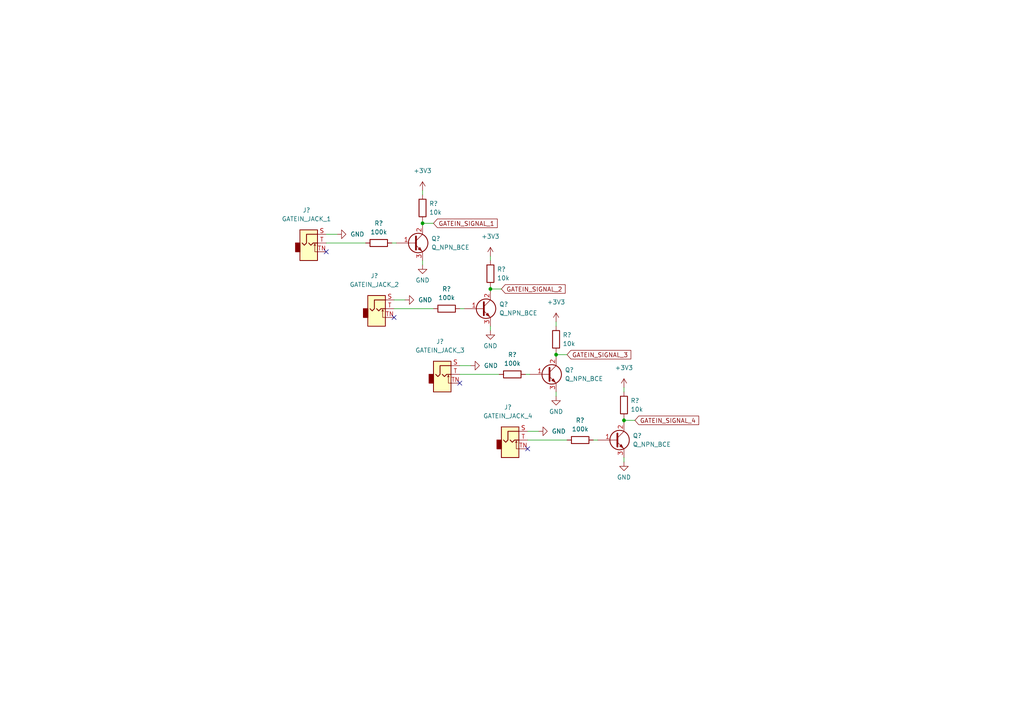
<source format=kicad_sch>
(kicad_sch (version 20211123) (generator eeschema)
  (paper "A4")
  (lib_symbols
    (symbol "Device:Q_NPN_BCE" (pin_names (offset 0) hide)
      (property "Reference" "Q" (at 5.08 1.27 0))
      (property "Value" "Q_NPN_BCE" (at 5.08 -1.27 0))
      (symbol "Q_NPN_BCE_0_1"
        (polyline (pts (xy 0.635 0.635) (xy 2.54 2.54)))
        (polyline (pts (xy 0.635 -0.635) (xy 2.54 -2.54) (xy 2.54 -2.54)))
        (polyline (pts (xy 0.635 1.905) (xy 0.635 -1.905) (xy 0.635 -1.905)) (stroke (width 0.508)))
        (polyline (pts (xy 1.27 -1.778) (xy 1.778 -1.27) (xy 2.286 -2.286) (xy 1.27 -1.778) (xy 1.27 -1.778)) (fill (type outline)))
        (circle (center 1.27 0) (radius 2.8194) (stroke (width 0.254)))
      )
      (symbol "Q_NPN_BCE_1_1"
        (pin input line (at -5.08 0 0) (length 5.715) (name "B") (number "1"))
        (pin passive line (at 2.54 5.08 270) (length 2.54) (name "C") (number "2"))
        (pin passive line (at 2.54 -5.08 90) (length 2.54) (name "E") (number "3"))
      )
    )
    (symbol "Device:R" (pin_numbers hide) (pin_names (offset 0))
      (property "Reference" "R" (at 2.032 0 90))
      (property "Value" "R" (at 0 0 90))
      (symbol "R_0_1"
        (rectangle (start -1.016 -2.54) (end 1.016 2.54) (stroke (width 0.254)))
      )
      (symbol "R_1_1"
        (pin passive line (at 0 3.81 270) (length 1.27) (name "~") (number "1"))
        (pin passive line (at 0 -3.81 90) (length 1.27) (name "~") (number "2"))
      )
    )
    (symbol "power:+3V3" (power) (pin_names (offset 0))
      (property "Value" "+3V3" (at 0 3.556 0))
      (symbol "+3V3_0_1"
        (polyline (pts (xy -0.762 1.27) (xy 0 2.54)))
        (polyline (pts (xy 0 0) (xy 0 2.54)))
        (polyline (pts (xy 0 2.54) (xy 0.762 1.27)))
      )
      (symbol "+3V3_1_1"
        (pin power_in line (at 0 0 90) (length 0) hide (name "+3V3") (number "1"))
      )
    )
    (symbol "power:GND" (power) (pin_names (offset 0))
      (property "Value" "GND" (at 0 -3.81 0))
      (symbol "GND_0_1"
        (polyline (pts (xy 0 0) (xy 0 -1.27) (xy 1.27 -1.27) (xy 0 -2.54) (xy -1.27 -1.27) (xy 0 -1.27)))
      )
      (symbol "GND_1_1"
        (pin power_in line (at 0 0 270) (length 0) hide (name "GND") (number "1"))
      )
    )
    (symbol "winterbloom:Eurorack_Mono_Jack" (pin_names hide)
      (property "Reference" "J" (at 3.302 -4.064 0))
      (property "Value" "Eurorack_Mono_Jack" (at 0 5.08 0))
      (symbol "Eurorack_Mono_Jack_0_1"
        (rectangle (start -2.54 -5.08) (end 2.54 3.81) (stroke (width 0.254)) (fill (type background)))
        (polyline (pts (xy -1.778 -1.016) (xy -2.032 -0.508)))
        (polyline (pts (xy -2.54 1.27) (xy -1.778 1.27) (xy -1.778 -1.016) (xy -1.524 -0.508)))
        (polyline (pts (xy 0 -1.27) (xy -0.635 -0.635) (xy -1.27 -1.27) (xy -2.54 -1.27)) (stroke (width 0.254)))
        (polyline (pts (xy -2.54 -3.81) (xy 0.635 -3.81) (xy 0.635 -1.27) (xy 1.27 -0.635) (xy 1.905 -1.27)) (stroke (width 0.254)))
        (rectangle (start 2.54 -1.27) (end 3.81 1.27) (stroke (width 0.254)) (fill (type outline)))
      )
      (symbol "Eurorack_Mono_Jack_1_1"
        (pin passive line (at -5.08 -3.81 0) (length 2.54) (name "Sleeve") (number "S"))
        (pin passive line (at -5.08 -1.27 0) (length 2.54) (name "Tip") (number "T"))
        (pin passive line (at -5.08 1.27 0) (length 2.54) (name "Tip_normalize") (number "TN"))
      )
    )
  )
  (junction (at 161.29 102.87))
  (junction (at 180.975 121.92))
  (junction (at 142.24 83.82))
  (junction (at 122.555 64.77))
  (no_connect (at 114.3 92.075))
  (no_connect (at 153.035 130.175))
  (no_connect (at 94.615 73.025))
  (no_connect (at 133.35 111.125))
  (wire (pts (xy 94.615 67.945) (xy 97.79 67.945)))
  (wire (pts (xy 142.24 83.82) (xy 142.24 84.455)))
  (wire (pts (xy 94.615 70.485) (xy 106.045 70.485)))
  (wire (pts (xy 180.975 121.285) (xy 180.975 121.92)))
  (wire (pts (xy 153.035 125.095) (xy 156.21 125.095)))
  (wire (pts (xy 172.085 127.635) (xy 173.355 127.635)))
  (wire (pts (xy 180.975 132.715) (xy 180.975 133.985)))
  (wire (pts (xy 122.555 64.135) (xy 122.555 64.77)))
  (wire (pts (xy 113.665 70.485) (xy 114.935 70.485)))
  (wire (pts (xy 180.975 121.92) (xy 184.15 121.92)))
  (wire (pts (xy 142.24 83.82) (xy 145.415 83.82)))
  (wire (pts (xy 161.29 102.87) (xy 164.465 102.87)))
  (wire (pts (xy 122.555 64.77) (xy 122.555 65.405)))
  (wire (pts (xy 161.29 102.87) (xy 161.29 103.505)))
  (wire (pts (xy 161.29 113.665) (xy 161.29 114.935)))
  (wire (pts (xy 133.35 108.585) (xy 144.78 108.585)))
  (wire (pts (xy 114.3 89.535) (xy 125.73 89.535)))
  (wire (pts (xy 133.35 106.045) (xy 136.525 106.045)))
  (wire (pts (xy 122.555 75.565) (xy 122.555 76.835)))
  (wire (pts (xy 142.24 83.185) (xy 142.24 83.82)))
  (wire (pts (xy 122.555 55.245) (xy 122.555 56.515)))
  (wire (pts (xy 114.3 86.995) (xy 117.475 86.995)))
  (wire (pts (xy 133.35 89.535) (xy 134.62 89.535)))
  (wire (pts (xy 152.4 108.585) (xy 153.67 108.585)))
  (wire (pts (xy 153.035 127.635) (xy 164.465 127.635)))
  (wire (pts (xy 161.29 102.235) (xy 161.29 102.87)))
  (wire (pts (xy 180.975 112.395) (xy 180.975 113.665)))
  (wire (pts (xy 142.24 94.615) (xy 142.24 95.885)))
  (wire (pts (xy 142.24 74.295) (xy 142.24 75.565)))
  (wire (pts (xy 161.29 93.345) (xy 161.29 94.615)))
  (wire (pts (xy 122.555 64.77) (xy 125.73 64.77)))
  (wire (pts (xy 180.975 121.92) (xy 180.975 122.555)))
  (global_label "GATEIN_SIGNAL_2" (shape input) (at 145.415 83.82 0) (property "Intersheet References" "${INTERSHEET_REFS}" (effects hide)))
  (global_label "GATEIN_SIGNAL_1" (shape input) (at 125.73 64.77 0) (property "Intersheet References" "${INTERSHEET_REFS}" (effects hide)))
  (global_label "GATEIN_SIGNAL_4" (shape input) (at 184.15 121.92 0) (property "Intersheet References" "${INTERSHEET_REFS}" (effects hide)))
  (global_label "GATEIN_SIGNAL_3" (shape input) (at 164.465 102.87 0) (property "Intersheet References" "${INTERSHEET_REFS}" (effects hide)))
  (symbol (lib_id "winterbloom:Eurorack_Mono_Jack") (at 109.22 90.805 180) (unit 1)
    (property "Reference" "J?" (at 108.585 80.01 0))
    (property "Value" "GATEIN_JACK_2" (at 108.585 82.55 0))
    (property "Footprint" "winterbloom:WQP-WQP518MA" (effects hide))
    (property "Datasheet" "http://www.qingpu-electronics.com/en/products/WQP-PJ398SM-362.html" (effects hide))
    (property "mpn" "WQP-WQP518MA" (effects hide))
  )
  (symbol (lib_id "Device:R") (at 129.54 89.535 90) (unit 1)
    (property "Reference" "R?" (at 129.54 83.82 90))
    (property "Value" "100k" (at 129.54 86.36 90))
  )
  (symbol (lib_id "Device:Q_NPN_BCE") (at 139.7 89.535 0) (unit 1)
    (property "Reference" "Q?" (at 144.78 88.2649 0) (effects (justify left)))
    (property "Value" "Q_NPN_BCE" (at 144.78 90.8049 0) (effects (justify left)))
  )
  (symbol (lib_id "power:GND") (at 122.555 76.835 0) (unit 1)
    (property "Reference" "#PWR?" (effects hide))
    (property "Value" "GND" (at 122.555 81.28 0))
  )
  (symbol (lib_id "Device:R") (at 168.275 127.635 90) (unit 1)
    (property "Reference" "R?" (at 168.275 121.92 90))
    (property "Value" "100k" (at 168.275 124.46 90))
  )
  (symbol (lib_id "Device:R") (at 109.855 70.485 90) (unit 1)
    (property "Reference" "R?" (at 109.855 64.77 90))
    (property "Value" "100k" (at 109.855 67.31 90))
  )
  (symbol (lib_id "power:GND") (at 117.475 86.995 90) (unit 1)
    (property "Reference" "#PWR?" (effects hide))
    (property "Value" "GND" (at 121.285 86.9949 90) (effects (justify right)))
  )
  (symbol (lib_id "winterbloom:Eurorack_Mono_Jack") (at 89.535 71.755 180) (unit 1)
    (property "Reference" "J?" (at 88.9 60.96 0))
    (property "Value" "GATEIN_JACK_1" (at 88.9 63.5 0))
    (property "Footprint" "winterbloom:WQP-WQP518MA" (effects hide))
    (property "Datasheet" "http://www.qingpu-electronics.com/en/products/WQP-PJ398SM-362.html" (effects hide))
    (property "mpn" "WQP-WQP518MA" (effects hide))
  )
  (symbol (lib_id "power:GND") (at 142.24 95.885 0) (unit 1)
    (property "Reference" "#PWR?" (effects hide))
    (property "Value" "GND" (at 142.24 100.33 0))
  )
  (symbol (lib_id "power:+3V3") (at 161.29 93.345 0) (unit 1)
    (property "Reference" "#PWR?" (effects hide))
    (property "Value" "+3V3" (at 161.29 87.63 0))
  )
  (symbol (lib_id "power:GND") (at 180.975 133.985 0) (unit 1)
    (property "Reference" "#PWR?" (effects hide))
    (property "Value" "GND" (at 180.975 138.43 0))
  )
  (symbol (lib_id "power:+3V3") (at 122.555 55.245 0) (unit 1)
    (property "Reference" "#PWR?" (effects hide))
    (property "Value" "+3V3" (at 122.555 49.53 0))
  )
  (symbol (lib_id "Device:R") (at 122.555 60.325 0) (unit 1)
    (property "Reference" "R?" (at 124.46 59.0549 0) (effects (justify left)))
    (property "Value" "10k" (at 124.46 61.5949 0) (effects (justify left)))
  )
  (symbol (lib_id "Device:R") (at 142.24 79.375 0) (unit 1)
    (property "Reference" "R?" (at 144.145 78.1049 0) (effects (justify left)))
    (property "Value" "10k" (at 144.145 80.6449 0) (effects (justify left)))
  )
  (symbol (lib_id "power:GND") (at 156.21 125.095 90) (unit 1)
    (property "Reference" "#PWR?" (effects hide))
    (property "Value" "GND" (at 160.02 125.0949 90) (effects (justify right)))
  )
  (symbol (lib_id "power:GND") (at 161.29 114.935 0) (unit 1)
    (property "Reference" "#PWR?" (effects hide))
    (property "Value" "GND" (at 161.29 119.38 0))
  )
  (symbol (lib_id "Device:Q_NPN_BCE") (at 158.75 108.585 0) (unit 1)
    (property "Reference" "Q?" (at 163.83 107.3149 0) (effects (justify left)))
    (property "Value" "Q_NPN_BCE" (at 163.83 109.8549 0) (effects (justify left)))
  )
  (symbol (lib_id "Device:Q_NPN_BCE") (at 178.435 127.635 0) (unit 1)
    (property "Reference" "Q?" (at 183.515 126.3649 0) (effects (justify left)))
    (property "Value" "Q_NPN_BCE" (at 183.515 128.9049 0) (effects (justify left)))
  )
  (symbol (lib_id "Device:R") (at 148.59 108.585 90) (unit 1)
    (property "Reference" "R?" (at 148.59 102.87 90))
    (property "Value" "100k" (at 148.59 105.41 90))
  )
  (symbol (lib_id "Device:R") (at 180.975 117.475 0) (unit 1)
    (property "Reference" "R?" (at 182.88 116.2049 0) (effects (justify left)))
    (property "Value" "10k" (at 182.88 118.7449 0) (effects (justify left)))
  )
  (symbol (lib_id "winterbloom:Eurorack_Mono_Jack") (at 147.955 128.905 180) (unit 1)
    (property "Reference" "J?" (at 147.32 118.11 0))
    (property "Value" "GATEIN_JACK_4" (at 147.32 120.65 0))
    (property "Footprint" "winterbloom:WQP-WQP518MA" (effects hide))
    (property "Datasheet" "http://www.qingpu-electronics.com/en/products/WQP-PJ398SM-362.html" (effects hide))
    (property "mpn" "WQP-WQP518MA" (effects hide))
  )
  (symbol (lib_id "power:GND") (at 97.79 67.945 90) (unit 1)
    (property "Reference" "#PWR?" (effects hide))
    (property "Value" "GND" (at 101.6 67.9449 90) (effects (justify right)))
  )
  (symbol (lib_id "power:+3V3") (at 180.975 112.395 0) (unit 1)
    (property "Reference" "#PWR?" (effects hide))
    (property "Value" "+3V3" (at 180.975 106.68 0))
  )
  (symbol (lib_id "power:+3V3") (at 142.24 74.295 0) (unit 1)
    (property "Reference" "#PWR?" (effects hide))
    (property "Value" "+3V3" (at 142.24 68.58 0))
  )
  (symbol (lib_id "power:GND") (at 136.525 106.045 90) (unit 1)
    (property "Reference" "#PWR?" (effects hide))
    (property "Value" "GND" (at 140.335 106.0449 90) (effects (justify right)))
  )
  (symbol (lib_id "Device:R") (at 161.29 98.425 0) (unit 1)
    (property "Reference" "R?" (at 163.195 97.1549 0) (effects (justify left)))
    (property "Value" "10k" (at 163.195 99.6949 0) (effects (justify left)))
  )
  (symbol (lib_id "winterbloom:Eurorack_Mono_Jack") (at 128.27 109.855 180) (unit 1)
    (property "Reference" "J?" (at 127.635 99.06 0))
    (property "Value" "GATEIN_JACK_3" (at 127.635 101.6 0))
    (property "Footprint" "winterbloom:WQP-WQP518MA" (effects hide))
    (property "Datasheet" "http://www.qingpu-electronics.com/en/products/WQP-PJ398SM-362.html" (effects hide))
    (property "mpn" "WQP-WQP518MA" (effects hide))
  )
  (symbol (lib_id "Device:Q_NPN_BCE") (at 120.015 70.485 0) (unit 1)
    (property "Reference" "Q?" (at 125.095 69.2149 0) (effects (justify left)))
    (property "Value" "Q_NPN_BCE" (at 125.095 71.7549 0) (effects (justify left)))
  )
)
</source>
